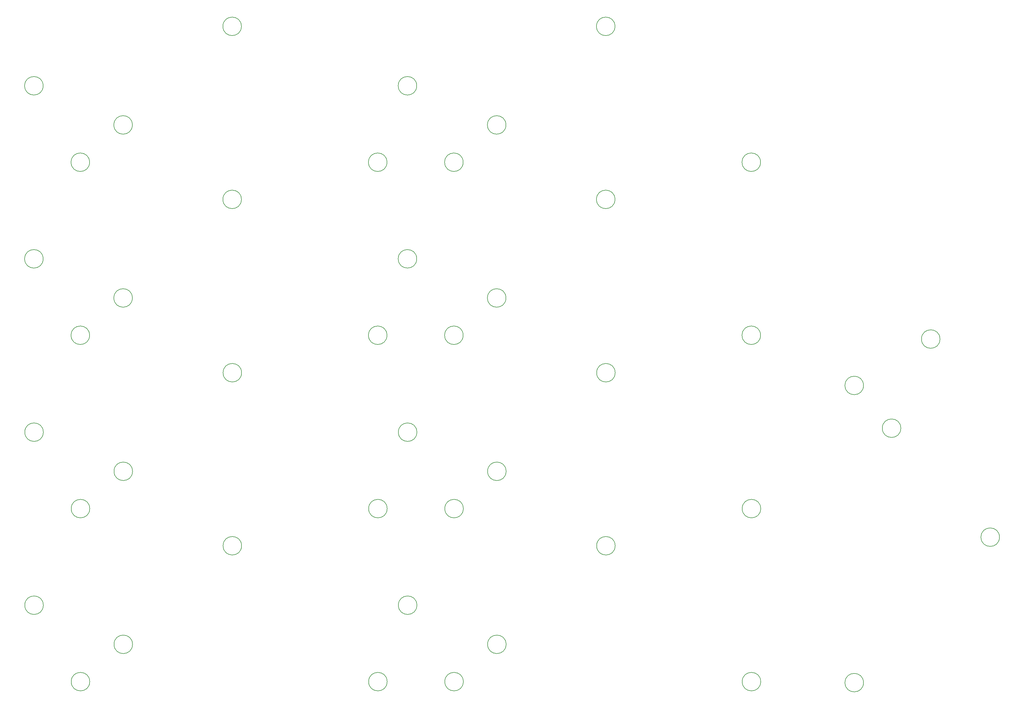
<source format=gbr>
%TF.GenerationSoftware,KiCad,Pcbnew,9.0.0*%
%TF.CreationDate,2025-07-23T13:34:58+02:00*%
%TF.ProjectId,PowerPCB,506f7765-7250-4434-922e-6b696361645f,rev?*%
%TF.SameCoordinates,Original*%
%TF.FileFunction,Other,Comment*%
%FSLAX46Y46*%
G04 Gerber Fmt 4.6, Leading zero omitted, Abs format (unit mm)*
G04 Created by KiCad (PCBNEW 9.0.0) date 2025-07-23 13:34:58*
%MOMM*%
%LPD*%
G01*
G04 APERTURE LIST*
%ADD10C,0.150000*%
G04 APERTURE END LIST*
D10*
%TO.C,H5*%
X311950000Y-245749000D02*
G75*
G02*
X306350000Y-245749000I-2800000J0D01*
G01*
X306350000Y-245749000D02*
G75*
G02*
X311950000Y-245749000I2800000J0D01*
G01*
%TO.C,H2*%
X353100000Y-201699000D02*
G75*
G02*
X347500000Y-201699000I-2800000J0D01*
G01*
X347500000Y-201699000D02*
G75*
G02*
X353100000Y-201699000I2800000J0D01*
G01*
%TO.C,H4*%
X323249000Y-168699000D02*
G75*
G02*
X317649000Y-168699000I-2800000J0D01*
G01*
X317649000Y-168699000D02*
G75*
G02*
X323249000Y-168699000I2800000J0D01*
G01*
%TO.C,H3*%
X311950000Y-155749000D02*
G75*
G02*
X306350000Y-155749000I-2800000J0D01*
G01*
X306350000Y-155749000D02*
G75*
G02*
X311950000Y-155749000I2800000J0D01*
G01*
%TO.C,H1*%
X335100000Y-141699000D02*
G75*
G02*
X329500000Y-141699000I-2800000J0D01*
G01*
X329500000Y-141699000D02*
G75*
G02*
X335100000Y-141699000I2800000J0D01*
G01*
%TO.C,H2*%
X236750000Y-99401553D02*
G75*
G02*
X231150000Y-99401553I-2800000J0D01*
G01*
X231150000Y-99401553D02*
G75*
G02*
X236750000Y-99401553I2800000J0D01*
G01*
%TO.C,H4*%
X203750000Y-129252553D02*
G75*
G02*
X198150000Y-129252553I-2800000J0D01*
G01*
X198150000Y-129252553D02*
G75*
G02*
X203750000Y-129252553I2800000J0D01*
G01*
%TO.C,H3*%
X190800000Y-140551553D02*
G75*
G02*
X185200000Y-140551553I-2800000J0D01*
G01*
X185200000Y-140551553D02*
G75*
G02*
X190800000Y-140551553I2800000J0D01*
G01*
%TO.C,H5*%
X280800000Y-140551553D02*
G75*
G02*
X275200000Y-140551553I-2800000J0D01*
G01*
X275200000Y-140551553D02*
G75*
G02*
X280800000Y-140551553I2800000J0D01*
G01*
X280800000Y-88150000D02*
G75*
G02*
X275200000Y-88150000I-2800000J0D01*
G01*
X275200000Y-88150000D02*
G75*
G02*
X280800000Y-88150000I2800000J0D01*
G01*
%TO.C,H1*%
X176750000Y-117401553D02*
G75*
G02*
X171150000Y-117401553I-2800000J0D01*
G01*
X171150000Y-117401553D02*
G75*
G02*
X176750000Y-117401553I2800000J0D01*
G01*
%TO.C,H2*%
X236750000Y-47000000D02*
G75*
G02*
X231150000Y-47000000I-2800000J0D01*
G01*
X231150000Y-47000000D02*
G75*
G02*
X236750000Y-47000000I2800000J0D01*
G01*
%TO.C,H4*%
X203750000Y-76851000D02*
G75*
G02*
X198150000Y-76851000I-2800000J0D01*
G01*
X198150000Y-76851000D02*
G75*
G02*
X203750000Y-76851000I2800000J0D01*
G01*
%TO.C,H3*%
X190800000Y-88150000D02*
G75*
G02*
X185200000Y-88150000I-2800000J0D01*
G01*
X185200000Y-88150000D02*
G75*
G02*
X190800000Y-88150000I2800000J0D01*
G01*
%TO.C,H5*%
X280850000Y-245450000D02*
G75*
G02*
X275250000Y-245450000I-2800000J0D01*
G01*
X275250000Y-245450000D02*
G75*
G02*
X280850000Y-245450000I2800000J0D01*
G01*
%TO.C,H2*%
X236800000Y-204300000D02*
G75*
G02*
X231200000Y-204300000I-2800000J0D01*
G01*
X231200000Y-204300000D02*
G75*
G02*
X236800000Y-204300000I2800000J0D01*
G01*
%TO.C,H4*%
X203800000Y-234151000D02*
G75*
G02*
X198200000Y-234151000I-2800000J0D01*
G01*
X198200000Y-234151000D02*
G75*
G02*
X203800000Y-234151000I2800000J0D01*
G01*
%TO.C,H3*%
X190850000Y-245450000D02*
G75*
G02*
X185250000Y-245450000I-2800000J0D01*
G01*
X185250000Y-245450000D02*
G75*
G02*
X190850000Y-245450000I2800000J0D01*
G01*
%TO.C,H1*%
X176800000Y-222300000D02*
G75*
G02*
X171200000Y-222300000I-2800000J0D01*
G01*
X171200000Y-222300000D02*
G75*
G02*
X176800000Y-222300000I2800000J0D01*
G01*
%TO.C,H2*%
X236800000Y-151900000D02*
G75*
G02*
X231200000Y-151900000I-2800000J0D01*
G01*
X231200000Y-151900000D02*
G75*
G02*
X236800000Y-151900000I2800000J0D01*
G01*
%TO.C,H4*%
X203800000Y-181751000D02*
G75*
G02*
X198200000Y-181751000I-2800000J0D01*
G01*
X198200000Y-181751000D02*
G75*
G02*
X203800000Y-181751000I2800000J0D01*
G01*
%TO.C,H5*%
X280850000Y-193050000D02*
G75*
G02*
X275250000Y-193050000I-2800000J0D01*
G01*
X275250000Y-193050000D02*
G75*
G02*
X280850000Y-193050000I2800000J0D01*
G01*
%TO.C,H3*%
X190850000Y-193050000D02*
G75*
G02*
X185250000Y-193050000I-2800000J0D01*
G01*
X185250000Y-193050000D02*
G75*
G02*
X190850000Y-193050000I2800000J0D01*
G01*
%TO.C,H1*%
X176800000Y-169900000D02*
G75*
G02*
X171200000Y-169900000I-2800000J0D01*
G01*
X171200000Y-169900000D02*
G75*
G02*
X176800000Y-169900000I2800000J0D01*
G01*
X176750000Y-65000000D02*
G75*
G02*
X171150000Y-65000000I-2800000J0D01*
G01*
X171150000Y-65000000D02*
G75*
G02*
X176750000Y-65000000I2800000J0D01*
G01*
%TO.C,H5*%
X167800000Y-245449000D02*
G75*
G02*
X162200000Y-245449000I-2800000J0D01*
G01*
X162200000Y-245449000D02*
G75*
G02*
X167800000Y-245449000I2800000J0D01*
G01*
%TO.C,H2*%
X123750000Y-204299000D02*
G75*
G02*
X118150000Y-204299000I-2800000J0D01*
G01*
X118150000Y-204299000D02*
G75*
G02*
X123750000Y-204299000I2800000J0D01*
G01*
%TO.C,H4*%
X90750000Y-234150000D02*
G75*
G02*
X85150000Y-234150000I-2800000J0D01*
G01*
X85150000Y-234150000D02*
G75*
G02*
X90750000Y-234150000I2800000J0D01*
G01*
%TO.C,H3*%
X77800000Y-245449000D02*
G75*
G02*
X72200000Y-245449000I-2800000J0D01*
G01*
X72200000Y-245449000D02*
G75*
G02*
X77800000Y-245449000I2800000J0D01*
G01*
%TO.C,H1*%
X63750000Y-222299000D02*
G75*
G02*
X58150000Y-222299000I-2800000J0D01*
G01*
X58150000Y-222299000D02*
G75*
G02*
X63750000Y-222299000I2800000J0D01*
G01*
X63750000Y-169899000D02*
G75*
G02*
X58150000Y-169899000I-2800000J0D01*
G01*
X58150000Y-169899000D02*
G75*
G02*
X63750000Y-169899000I2800000J0D01*
G01*
%TO.C,H3*%
X77800000Y-193049000D02*
G75*
G02*
X72200000Y-193049000I-2800000J0D01*
G01*
X72200000Y-193049000D02*
G75*
G02*
X77800000Y-193049000I2800000J0D01*
G01*
%TO.C,H5*%
X167800000Y-193049000D02*
G75*
G02*
X162200000Y-193049000I-2800000J0D01*
G01*
X162200000Y-193049000D02*
G75*
G02*
X167800000Y-193049000I2800000J0D01*
G01*
%TO.C,H4*%
X90750000Y-181750000D02*
G75*
G02*
X85150000Y-181750000I-2800000J0D01*
G01*
X85150000Y-181750000D02*
G75*
G02*
X90750000Y-181750000I2800000J0D01*
G01*
%TO.C,H2*%
X123750000Y-151899000D02*
G75*
G02*
X118150000Y-151899000I-2800000J0D01*
G01*
X118150000Y-151899000D02*
G75*
G02*
X123750000Y-151899000I2800000J0D01*
G01*
%TO.C,H5*%
X167750000Y-140550553D02*
G75*
G02*
X162150000Y-140550553I-2800000J0D01*
G01*
X162150000Y-140550553D02*
G75*
G02*
X167750000Y-140550553I2800000J0D01*
G01*
%TO.C,H2*%
X123700000Y-99400553D02*
G75*
G02*
X118100000Y-99400553I-2800000J0D01*
G01*
X118100000Y-99400553D02*
G75*
G02*
X123700000Y-99400553I2800000J0D01*
G01*
%TO.C,H4*%
X90700000Y-129251553D02*
G75*
G02*
X85100000Y-129251553I-2800000J0D01*
G01*
X85100000Y-129251553D02*
G75*
G02*
X90700000Y-129251553I2800000J0D01*
G01*
%TO.C,H3*%
X77750000Y-140550553D02*
G75*
G02*
X72150000Y-140550553I-2800000J0D01*
G01*
X72150000Y-140550553D02*
G75*
G02*
X77750000Y-140550553I2800000J0D01*
G01*
%TO.C,H1*%
X63700000Y-117400553D02*
G75*
G02*
X58100000Y-117400553I-2800000J0D01*
G01*
X58100000Y-117400553D02*
G75*
G02*
X63700000Y-117400553I2800000J0D01*
G01*
%TO.C,H5*%
X167750000Y-88149000D02*
G75*
G02*
X162150000Y-88149000I-2800000J0D01*
G01*
X162150000Y-88149000D02*
G75*
G02*
X167750000Y-88149000I2800000J0D01*
G01*
%TO.C,H1*%
X63700000Y-64999000D02*
G75*
G02*
X58100000Y-64999000I-2800000J0D01*
G01*
X58100000Y-64999000D02*
G75*
G02*
X63700000Y-64999000I2800000J0D01*
G01*
%TO.C,H3*%
X77750000Y-88149000D02*
G75*
G02*
X72150000Y-88149000I-2800000J0D01*
G01*
X72150000Y-88149000D02*
G75*
G02*
X77750000Y-88149000I2800000J0D01*
G01*
%TO.C,H4*%
X90700000Y-76850000D02*
G75*
G02*
X85100000Y-76850000I-2800000J0D01*
G01*
X85100000Y-76850000D02*
G75*
G02*
X90700000Y-76850000I2800000J0D01*
G01*
%TO.C,H2*%
X123700000Y-46999000D02*
G75*
G02*
X118100000Y-46999000I-2800000J0D01*
G01*
X118100000Y-46999000D02*
G75*
G02*
X123700000Y-46999000I2800000J0D01*
G01*
%TD*%
M02*

</source>
